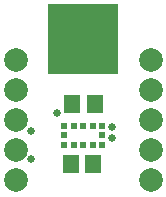
<source format=gbr>
G04 EAGLE Gerber RS-274X export*
G75*
%MOMM*%
%FSLAX34Y34*%
%LPD*%
%INSoldermask Top*%
%IPPOS*%
%AMOC8*
5,1,8,0,0,1.08239X$1,22.5*%
G01*
%ADD10R,1.427000X1.627000*%
%ADD11C,2.006600*%
%ADD12R,0.627000X0.627000*%
%ADD13R,5.969000X5.969000*%
%ADD14C,0.652000*%


D10*
X66700Y34290D03*
X85700Y34290D03*
X67970Y85090D03*
X86970Y85090D03*
D11*
X20320Y20320D03*
X20320Y45720D03*
X20320Y71120D03*
X20320Y96520D03*
X20320Y121920D03*
D12*
X61470Y66420D03*
X69470Y66420D03*
X77470Y66420D03*
X85470Y66420D03*
X93470Y66420D03*
X93470Y58420D03*
X93470Y50420D03*
X85470Y50420D03*
X77470Y50420D03*
X69470Y50420D03*
X61470Y50420D03*
X61470Y58420D03*
D11*
X134620Y20320D03*
X134620Y45720D03*
X134620Y71120D03*
X134620Y96520D03*
X134620Y121920D03*
D13*
X77470Y139700D03*
D14*
X54864Y77724D03*
X33528Y38100D03*
X33528Y62484D03*
X102108Y65532D03*
X102108Y56388D03*
M02*

</source>
